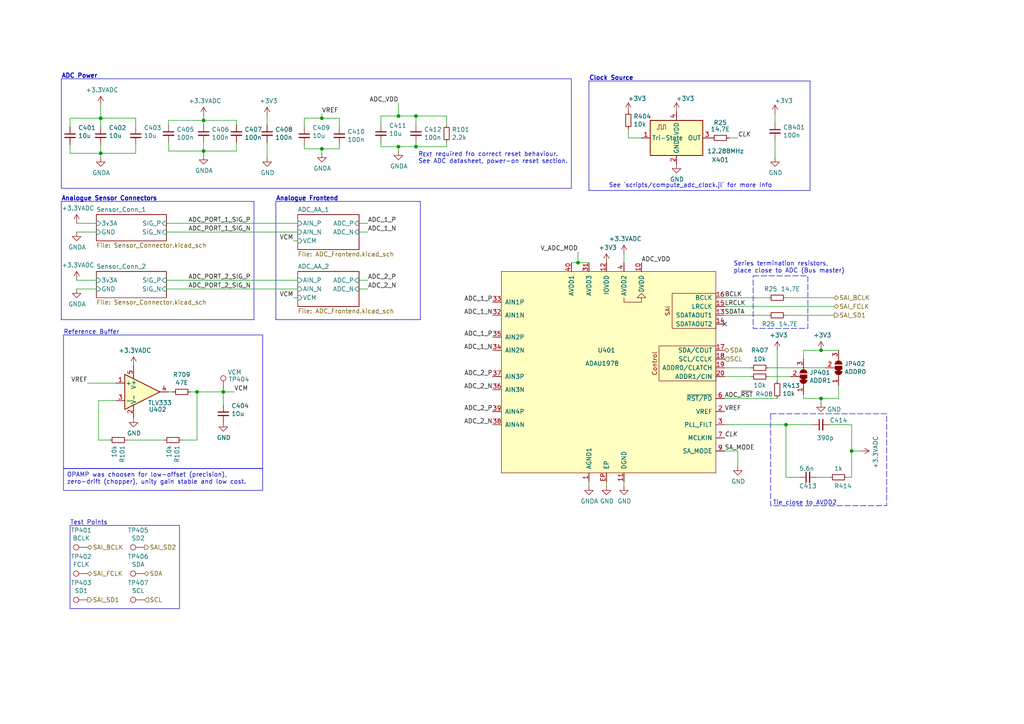
<source format=kicad_sch>
(kicad_sch (version 20230121) (generator eeschema)
  (paper "A4")
  (title_block (title "Kleinvoet") (date "2020-06-11") (rev "Rev. A") (company "Department of Electronic Engineering - Stellenbosch University") (comment 1 "Author: CM Geldenhuys <20198329@sun.ac.za>") (comment 2 "Project: Kleinvoet"))
  (lib_symbols
    (symbol "Connector:TestPoint" (pin_numbers hide) (pin_names (offset 0.762) hide)
      (property "Reference" "TP" (at 0 6.858 0))
      (property "Value" "TestPoint" (at 0 5.08 0))
      (symbol "TestPoint_0_1"
        (circle (center 0 3.302) (radius 0.762))
      )
      (symbol "TestPoint_1_1"
        (pin passive line (at 0 0 90) (length 2.54) (name "1") (number "1"))
      )
    )
    (symbol "Device:C_Small" (pin_numbers hide) (pin_names (offset 0.254) hide)
      (property "Reference" "C" (at 0.254 1.778 0))
      (property "Value" "C_Small" (at 0.254 -2.032 0))
      (symbol "C_Small_0_1"
        (polyline (pts (xy -1.524 -0.508) (xy 1.524 -0.508)) (stroke (width 0.3302)))
        (polyline (pts (xy -1.524 0.508) (xy 1.524 0.508)) (stroke (width 0.3048)))
      )
      (symbol "C_Small_1_1"
        (pin passive line (at 0 2.54 270) (length 2.032) (name "~") (number "1"))
        (pin passive line (at 0 -2.54 90) (length 2.032) (name "~") (number "2"))
      )
    )
    (symbol "Device:R_Small" (pin_numbers hide) (pin_names (offset 0.254) hide)
      (property "Reference" "R" (at 0.762 0.508 0))
      (property "Value" "R_Small" (at 0.762 -1.016 0))
      (symbol "R_Small_0_1"
        (rectangle (start -0.762 1.778) (end 0.762 -1.778) (stroke (width 0.2032)))
      )
      (symbol "R_Small_1_1"
        (pin passive line (at 0 2.54 270) (length 0.762) (name "~") (number "1"))
        (pin passive line (at 0 -2.54 90) (length 0.762) (name "~") (number "2"))
      )
    )
    (symbol "Jumper:SolderJumper_3_Bridged12" (pin_names (offset 0) hide)
      (property "Reference" "JP" (at -2.54 -2.54 0))
      (property "Value" "SolderJumper_3_Bridged12" (at 0 2.794 0))
      (symbol "SolderJumper_3_Bridged12_0_1"
        (rectangle (start -1.016 0.508) (end -0.508 -0.508) (fill (type outline)))
        (arc (start -1.016 1.016) (mid -2.0276 0) (end -1.016 -1.016))
        (arc (start -1.016 1.016) (mid -2.0276 0) (end -1.016 -1.016) (fill (type outline)))
        (rectangle (start -0.508 1.016) (end 0.508 -1.016) (fill (type outline)))
        (polyline (pts (xy -2.54 0) (xy -2.032 0)))
        (polyline (pts (xy -1.016 1.016) (xy -1.016 -1.016)))
        (polyline (pts (xy 0 -1.27) (xy 0 -1.016)))
        (polyline (pts (xy 1.016 1.016) (xy 1.016 -1.016)))
        (polyline (pts (xy 2.54 0) (xy 2.032 0)))
        (arc (start 1.016 -1.016) (mid 2.0276 0) (end 1.016 1.016))
        (arc (start 1.016 -1.016) (mid 2.0276 0) (end 1.016 1.016) (fill (type outline)))
      )
      (symbol "SolderJumper_3_Bridged12_1_1"
        (pin passive line (at -5.08 0 0) (length 2.54) (name "A") (number "1"))
        (pin passive line (at 0 -3.81 90) (length 2.54) (name "C") (number "2"))
        (pin passive line (at 5.08 0 180) (length 2.54) (name "B") (number "3"))
      )
    )
    (symbol "Oscillator:ASCO"
      (property "Reference" "X" (at -7.62 6.35 0))
      (property "Value" "ASCO" (at 1.27 -6.35 0))
      (symbol "ASCO_0_1"
        (rectangle (start -7.62 5.08) (end 7.62 -5.08) (stroke (width 0.254)) (fill (type background)))
        (polyline (pts (xy -5.715 2.54) (xy -5.08 2.54) (xy -5.08 3.81) (xy -4.445 3.81) (xy -4.445 2.54) (xy -3.81 2.54) (xy -3.81 3.81) (xy -3.175 3.81) (xy -3.175 2.54)))
      )
      (symbol "ASCO_1_1"
        (pin input line (at -10.16 0 0) (length 2.54) (name "Tri-State") (number "1"))
        (pin power_in line (at 0 -7.62 90) (length 2.54) (name "GND") (number "2"))
        (pin output line (at 10.16 0 180) (length 2.54) (name "OUT") (number "3"))
        (pin power_in line (at 0 7.62 270) (length 2.54) (name "VDD") (number "4"))
      )
    )
    (symbol "grootvoet:ADAU1978" (pin_names (offset 1.016))
      (property "Reference" "U" (at 0 2.54 0))
      (property "Value" "ADAU1978" (at -1.27 0 0))
      (symbol "ADAU1978_0_0"
        (rectangle (start 31.75 -31.75) (end -30.48 26.67) (fill (type background)))
        (rectangle (start 31.75 -5.08) (end 15.24 5.08))
        (rectangle (start 31.75 10.16) (end 19.05 20.32))
        (text "Control" (at 13.97 0 900) (effects (font (size 1.27 1.27))))
        (text "SAI" (at 17.78 15.24 900) (effects (font (size 1.27 1.27))))
        (pin passive line (at -5.08 -34.29 90) (length 2.54) (name "AGND1") (number "1"))
        (pin power_out line (at 10.16 29.21 270) (length 2.54) (name "DVDD") (number "10"))
        (pin passive line (at 5.08 -34.29 90) (length 2.54) (name "DGND") (number "11"))
        (pin power_in line (at 0 29.21 270) (length 2.54) (name "IOVDD") (number "12"))
        (pin output line (at 34.29 13.97 180) (length 2.54) (name "SDATAOUT1") (number "13"))
        (pin output line (at 34.29 11.43 180) (length 2.54) (name "SDATAOUT2") (number "14"))
        (pin bidirectional line (at 34.29 16.51 180) (length 2.54) (name "LRCLK") (number "15"))
        (pin bidirectional line (at 34.29 19.05 180) (length 2.54) (name "BCLK") (number "16"))
        (pin bidirectional line (at 34.29 3.81 180) (length 2.54) (name "SDA/COUT") (number "17"))
        (pin input line (at 34.29 1.27 180) (length 2.54) (name "SCL/CCLK") (number "18"))
        (pin input line (at 34.29 -1.27 180) (length 2.54) (name "ADDR0/CLATCH") (number "19"))
        (pin output line (at 34.29 -13.97 180) (length 2.54) (name "VREF") (number "2"))
        (pin input line (at 34.29 -3.81 180) (length 2.54) (name "ADDR1/CIN") (number "20"))
        (pin passive line (at -5.08 -34.29 90) (length 2.54) hide (name "AGND3") (number "21"))
        (pin passive line (at -5.08 -34.29 90) (length 2.54) hide (name "AGND4") (number "22"))
        (pin no_connect line (at -2.54 -7.62 0) (length 2.54) hide (name "NC") (number "23"))
        (pin no_connect line (at -2.54 -10.16 0) (length 2.54) hide (name "NC") (number "24"))
        (pin no_connect line (at -2.54 -12.7 0) (length 2.54) hide (name "NC") (number "25"))
        (pin no_connect line (at -2.54 -15.24 0) (length 2.54) hide (name "NC") (number "26"))
        (pin no_connect line (at -2.54 -17.78 0) (length 2.54) hide (name "NC") (number "27"))
        (pin passive line (at -5.08 -34.29 90) (length 2.54) hide (name "AGND5") (number "28"))
        (pin passive line (at -5.08 -34.29 90) (length 2.54) hide (name "AGND6") (number "29"))
        (pin output line (at 34.29 -17.78 180) (length 2.54) (name "PLL_FILT") (number "3"))
        (pin no_connect line (at -2.54 -20.32 0) (length 2.54) hide (name "NC") (number "30"))
        (pin power_in line (at -5.08 29.21 270) (length 2.54) (name "AVDD3") (number "31"))
        (pin input line (at -33.02 13.97 0) (length 2.54) (name "AIN1N") (number "32"))
        (pin input line (at -33.02 17.78 0) (length 2.54) (name "AIN1P") (number "33"))
        (pin input line (at -33.02 3.81 0) (length 2.54) (name "AIN2N") (number "34"))
        (pin input line (at -33.02 7.62 0) (length 2.54) (name "AIN2P") (number "35"))
        (pin input line (at -33.02 -7.62 0) (length 2.54) (name "AIN3N") (number "36"))
        (pin input line (at -33.02 -3.81 0) (length 2.54) (name "AIN3P") (number "37"))
        (pin input line (at -33.02 -17.78 0) (length 2.54) (name "AIN4N") (number "38"))
        (pin input line (at -33.02 -13.97 0) (length 2.54) (name "AIN4P") (number "39"))
        (pin power_in line (at 5.08 29.21 270) (length 2.54) (name "AVDD2") (number "4"))
        (pin power_in line (at -10.16 29.21 270) (length 2.54) (name "AVDD1") (number "40"))
        (pin passive line (at -5.08 -34.29 90) (length 2.54) hide (name "AGND2") (number "5"))
        (pin input line (at 34.29 -10.16 180) (length 2.54) (name "~{RST/PD}") (number "6"))
        (pin input line (at 34.29 -21.59 180) (length 2.54) (name "MCLKIN") (number "7"))
        (pin no_connect line (at -2.54 -5.08 0) (length 2.54) hide (name "NC") (number "8"))
        (pin input line (at 34.29 -25.4 180) (length 2.54) (name "SA_MODE") (number "9"))
        (pin passive line (at 0 -34.29 90) (length 2.54) (name "EP") (number "EP"))
      )
      (symbol "ADAU1978_0_1"
        (polyline (pts (xy 5.08 19.05) (xy 5.08 17.78) (xy 10.16 17.78) (xy 10.16 19.05)))
        (polyline (pts (xy 10.16 20.32) (xy 8.89 19.05) (xy 11.43 19.05) (xy 10.16 20.32)))
      )
    )
    (symbol "grootvoet:TLV333" (pin_names (offset 0.254))
      (property "Reference" "U" (at 3.81 3.175 0))
      (property "Value" "TLV333" (at 3.81 -3.175 0))
      (symbol "TLV333_0_1"
        (polyline (pts (xy 5.08 0) (xy -5.08 5.08) (xy -5.08 -5.08) (xy 5.08 0)) (stroke (width 0.254)) (fill (type background)))
      )
      (symbol "TLV333_1_1"
        (pin input line (at -7.62 2.54 0) (length 2.54) (name "+") (number "1"))
        (pin power_in line (at -2.54 -7.62 90) (length 3.81) (name "V-") (number "2"))
        (pin input line (at -7.62 -2.54 0) (length 2.54) (name "-") (number "3"))
        (pin output line (at 7.62 0 180) (length 2.54) (name "~") (number "4"))
        (pin power_in line (at -2.54 7.62 270) (length 3.81) (name "V+") (number "5"))
      )
    )
    (symbol "power:+3.3VADC" (power) (pin_names (offset 0))
      (property "Value" "+3.3VADC" (at 0 2.54 0))
      (symbol "+3.3VADC_0_0"
        (pin power_in line (at 0 0 90) (length 0) hide (name "+3.3VADC") (number "1"))
      )
      (symbol "+3.3VADC_0_1"
        (polyline (pts (xy -0.762 1.27) (xy 0 2.54)))
        (polyline (pts (xy 0 0) (xy 0 2.54)))
        (polyline (pts (xy 0 2.54) (xy 0.762 1.27)))
      )
    )
    (symbol "power:+3V3" (power) (pin_names (offset 0))
      (property "Value" "+3V3" (at 0 3.556 0))
      (symbol "+3V3_0_1"
        (polyline (pts (xy -0.762 1.27) (xy 0 2.54)))
        (polyline (pts (xy 0 0) (xy 0 2.54)))
        (polyline (pts (xy 0 2.54) (xy 0.762 1.27)))
      )
      (symbol "+3V3_1_1"
        (pin power_in line (at 0 0 90) (length 0) hide (name "+3V3") (number "1"))
      )
    )
    (symbol "power:GND" (power) (pin_names (offset 0))
      (property "Value" "GND" (at 0 -3.81 0))
      (symbol "GND_0_1"
        (polyline (pts (xy 0 0) (xy 0 -1.27) (xy 1.27 -1.27) (xy 0 -2.54) (xy -1.27 -1.27) (xy 0 -1.27)))
      )
      (symbol "GND_1_1"
        (pin power_in line (at 0 0 270) (length 0) hide (name "GND") (number "1"))
      )
    )
    (symbol "power:GNDA" (power) (pin_names (offset 0))
      (property "Value" "GNDA" (at 0 -3.81 0))
      (symbol "GNDA_0_1"
        (polyline (pts (xy 0 0) (xy 0 -1.27) (xy 1.27 -1.27) (xy 0 -2.54) (xy -1.27 -1.27) (xy 0 -1.27)))
      )
      (symbol "GNDA_1_1"
        (pin power_in line (at 0 0 270) (length 0) hide (name "GNDA") (number "1"))
      )
    )
  )
  (junction (at 115.57 33.655))
  (junction (at 93.345 34.29))
  (junction (at 227.965 123.19))
  (junction (at 59.055 34.925))
  (junction (at 115.57 42.545))
  (junction (at 247.015 130.81))
  (junction (at 238.125 115.57))
  (junction (at 93.345 43.18))
  (junction (at 29.21 44.45))
  (junction (at 238.125 101.6))
  (junction (at 57.15 113.665))
  (junction (at 29.21 34.29))
  (junction (at 167.64 76.2))
  (junction (at 64.77 113.665))
  (junction (at 59.055 43.815))
  (junction (at 120.65 33.655))
  (junction (at 120.65 42.545))
  (no_connect (at 210.185 93.98))
  (wire (pts (xy 48.895 43.815) (xy 48.895 41.275)))
  (wire (pts (xy 229.235 109.22) (xy 222.885 109.22)))
  (wire (pts (xy 39.37 36.83) (xy 39.37 34.29)))
  (wire (pts (xy 98.425 43.18) (xy 98.425 41.91)))
  (wire (pts (xy 48.26 64.77) (xy 86.36 64.77)))
  (wire (pts (xy 247.015 123.19) (xy 247.015 130.81)))
  (wire (pts (xy 213.995 130.81) (xy 210.185 130.81)))
  (wire (pts (xy 120.65 42.545) (xy 120.65 41.275)))
  (wire (pts (xy 227.965 123.19) (xy 210.185 123.19)))
  (wire (pts (xy 57.15 127.635) (xy 52.705 127.635)))
  (wire (pts (xy 180.975 140.97) (xy 180.975 139.7)))
  (wire (pts (xy 39.37 41.91) (xy 39.37 44.45)))
  (wire (pts (xy 33.655 116.205) (xy 28.575 116.205)))
  (wire (pts (xy 222.885 91.44) (xy 210.185 91.44)))
  (wire (pts (xy 28.575 116.205) (xy 28.575 127.635)))
  (wire (pts (xy 68.58 36.195) (xy 68.58 34.925)))
  (wire (pts (xy 241.935 86.36) (xy 227.965 86.36)))
  (wire (pts (xy 29.21 45.72) (xy 29.21 44.45)))
  (wire (pts (xy 48.26 67.31) (xy 86.36 67.31)))
  (wire (pts (xy 77.47 33.655) (xy 77.47 36.195)))
  (wire (pts (xy 57.15 113.665) (xy 57.15 127.635)))
  (wire (pts (xy 48.26 83.82) (xy 86.36 83.82)))
  (wire (pts (xy 29.21 34.29) (xy 29.21 36.83)))
  (wire (pts (xy 88.265 43.18) (xy 88.265 41.91)))
  (wire (pts (xy 64.77 113.03) (xy 64.77 113.665)))
  (wire (pts (xy 115.57 42.545) (xy 120.65 42.545)))
  (wire (pts (xy 59.055 33.655) (xy 59.055 34.925)))
  (wire (pts (xy 247.015 123.19) (xy 240.665 123.19)))
  (wire (pts (xy 22.225 83.82) (xy 27.94 83.82)))
  (wire (pts (xy 55.245 113.665) (xy 57.15 113.665)))
  (wire (pts (xy 167.64 76.2) (xy 170.815 76.2)))
  (wire (pts (xy 180.975 73.66) (xy 180.975 76.2)))
  (wire (pts (xy 77.47 41.275) (xy 77.47 45.72)))
  (polyline (pts (xy 170.815 23.495) (xy 234.95 23.495)))
  (wire (pts (xy 110.49 42.545) (xy 110.49 41.275)))
  (wire (pts (xy 238.125 115.57) (xy 243.205 115.57)))
  (wire (pts (xy 93.345 34.29) (xy 98.425 34.29)))
  (wire (pts (xy 115.57 43.815) (xy 115.57 42.545)))
  (wire (pts (xy 22.225 67.31) (xy 27.94 67.31)))
  (wire (pts (xy 222.885 86.36) (xy 210.185 86.36)))
  (wire (pts (xy 98.425 34.29) (xy 98.425 36.83)))
  (wire (pts (xy 239.395 106.68) (xy 222.885 106.68)))
  (wire (pts (xy 106.68 64.77) (xy 104.14 64.77)))
  (wire (pts (xy 93.345 43.18) (xy 98.425 43.18)))
  (wire (pts (xy 48.895 43.815) (xy 59.055 43.815)))
  (wire (pts (xy 238.125 116.84) (xy 238.125 115.57)))
  (wire (pts (xy 29.21 30.48) (xy 29.21 34.29)))
  (wire (pts (xy 22.225 81.28) (xy 27.94 81.28)))
  (wire (pts (xy 29.21 34.29) (xy 39.37 34.29)))
  (polyline (pts (xy 73.66 58.42) (xy 73.66 92.71)))
  (wire (pts (xy 93.345 44.45) (xy 93.345 43.18)))
  (wire (pts (xy 115.57 33.655) (xy 110.49 33.655)))
  (wire (pts (xy 64.77 113.665) (xy 67.945 113.665)))
  (wire (pts (xy 129.54 36.195) (xy 129.54 33.655)))
  (wire (pts (xy 129.54 41.275) (xy 129.54 42.545)))
  (wire (pts (xy 68.58 41.275) (xy 68.58 43.815)))
  (wire (pts (xy 213.995 40.005) (xy 211.455 40.005)))
  (wire (pts (xy 170.815 140.97) (xy 170.815 139.7)))
  (wire (pts (xy 233.045 101.6) (xy 233.045 104.14)))
  (wire (pts (xy 93.345 43.18) (xy 88.265 43.18)))
  (wire (pts (xy 22.225 64.77) (xy 27.94 64.77)))
  (wire (pts (xy 217.805 106.68) (xy 210.185 106.68)))
  (polyline (pts (xy 121.92 58.42) (xy 121.92 92.71)))
  (polyline (pts (xy 170.815 23.495) (xy 170.815 55.245)))
  (wire (pts (xy 85.09 86.36) (xy 86.36 86.36)))
  (wire (pts (xy 48.895 34.925) (xy 59.055 34.925)))
  (polyline (pts (xy 17.78 22.86) (xy 17.78 54.61)))
  (wire (pts (xy 115.57 29.845) (xy 115.57 33.655)))
  (polyline (pts (xy 80.01 92.71) (xy 121.92 92.71)))
  (wire (pts (xy 110.49 33.655) (xy 110.49 36.195)))
  (wire (pts (xy 25.4 111.125) (xy 33.655 111.125)))
  (wire (pts (xy 20.32 44.45) (xy 20.32 41.91)))
  (wire (pts (xy 59.055 43.815) (xy 59.055 41.275)))
  (polyline (pts (xy 17.78 54.61) (xy 165.735 54.61)))
  (wire (pts (xy 93.345 33.02) (xy 93.345 34.29)))
  (wire (pts (xy 88.265 34.29) (xy 88.265 36.83)))
  (wire (pts (xy 129.54 42.545) (xy 120.65 42.545)))
  (wire (pts (xy 175.895 140.97) (xy 175.895 139.7)))
  (wire (pts (xy 59.055 45.085) (xy 59.055 43.815)))
  (wire (pts (xy 243.205 115.57) (xy 243.205 111.76)))
  (wire (pts (xy 28.575 127.635) (xy 31.75 127.635)))
  (wire (pts (xy 227.965 123.19) (xy 227.965 138.43)))
  (wire (pts (xy 36.83 127.635) (xy 47.625 127.635)))
  (wire (pts (xy 224.79 33.02) (xy 224.79 35.56)))
  (wire (pts (xy 48.895 113.665) (xy 50.165 113.665)))
  (wire (pts (xy 85.09 69.85) (xy 86.36 69.85)))
  (wire (pts (xy 93.345 34.29) (xy 88.265 34.29)))
  (wire (pts (xy 241.935 91.44) (xy 227.965 91.44)))
  (wire (pts (xy 106.68 67.31) (xy 104.14 67.31)))
  (wire (pts (xy 120.65 33.655) (xy 120.65 36.195)))
  (wire (pts (xy 115.57 42.545) (xy 110.49 42.545)))
  (wire (pts (xy 29.21 44.45) (xy 29.21 41.91)))
  (wire (pts (xy 227.965 123.19) (xy 235.585 123.19)))
  (polyline (pts (xy 234.95 23.495) (xy 234.95 55.245)))
  (wire (pts (xy 213.995 130.81) (xy 213.995 135.255)))
  (wire (pts (xy 29.21 44.45) (xy 20.32 44.45)))
  (wire (pts (xy 233.045 115.57) (xy 233.045 114.3)))
  (wire (pts (xy 129.54 33.655) (xy 120.65 33.655)))
  (wire (pts (xy 217.805 109.22) (xy 210.185 109.22)))
  (polyline (pts (xy 17.78 58.42) (xy 73.66 58.42)))
  (wire (pts (xy 59.055 34.925) (xy 68.58 34.925)))
  (polyline (pts (xy 17.78 58.42) (xy 17.78 92.71)))
  (wire (pts (xy 57.15 113.665) (xy 64.77 113.665)))
  (wire (pts (xy 227.965 138.43) (xy 231.775 138.43)))
  (wire (pts (xy 182.245 37.465) (xy 182.245 40.005)))
  (wire (pts (xy 29.21 34.29) (xy 20.32 34.29)))
  (wire (pts (xy 186.055 40.005) (xy 182.245 40.005)))
  (wire (pts (xy 247.015 130.81) (xy 249.555 130.81)))
  (polyline (pts (xy 17.78 22.86) (xy 165.735 22.86)))
  (wire (pts (xy 106.68 83.82) (xy 104.14 83.82)))
  (wire (pts (xy 238.125 101.6) (xy 243.205 101.6)))
  (wire (pts (xy 59.055 34.925) (xy 59.055 36.195)))
  (wire (pts (xy 233.045 101.6) (xy 238.125 101.6)))
  (wire (pts (xy 210.185 88.9) (xy 241.935 88.9)))
  (wire (pts (xy 225.425 101.6) (xy 225.425 110.49)))
  (wire (pts (xy 167.64 73.025) (xy 167.64 76.2)))
  (wire (pts (xy 64.77 113.665) (xy 64.77 117.475)))
  (wire (pts (xy 48.26 81.28) (xy 86.36 81.28)))
  (wire (pts (xy 20.32 34.29) (xy 20.32 36.83)))
  (wire (pts (xy 68.58 43.815) (xy 59.055 43.815)))
  (wire (pts (xy 238.125 115.57) (xy 233.045 115.57)))
  (wire (pts (xy 245.745 138.43) (xy 247.015 138.43)))
  (polyline (pts (xy 17.78 92.71) (xy 73.66 92.71)))
  (wire (pts (xy 48.895 34.925) (xy 48.895 36.195)))
  (wire (pts (xy 224.79 40.64) (xy 224.79 45.72)))
  (wire (pts (xy 115.57 33.655) (xy 120.65 33.655)))
  (polyline (pts (xy 80.01 58.42) (xy 80.01 92.71)))
  (wire (pts (xy 210.185 115.57) (xy 225.425 115.57)))
  (wire (pts (xy 106.68 81.28) (xy 104.14 81.28)))
  (wire (pts (xy 240.665 138.43) (xy 236.855 138.43)))
  (wire (pts (xy 247.015 138.43) (xy 247.015 130.81)))
  (polyline (pts (xy 170.815 55.245) (xy 234.95 55.245)))
  (wire (pts (xy 39.37 44.45) (xy 29.21 44.45)))
  (polyline (pts (xy 165.735 22.86) (xy 165.735 54.61)))
  (wire (pts (xy 165.735 76.2) (xy 167.64 76.2)))
  (polyline (pts (xy 80.01 58.42) (xy 121.92 58.42)))
  (rectangle (start 20.32 152.4) (end 52.07 176.53))
  (rectangle (start 223.52 120.015) (end 257.175 146.685) (stroke (width 0) (type dash)))
  (rectangle (start 18.415 97.155) (end 76.2 135.89))
  (rectangle (start 218.44 80.01) (end 234.315 95.25) (stroke (width 0) (type dash)))
  (text_box "OPAMP was choosen for low-offset (precision), zero-drift (chopper), unity gain stable and low cost." (at 18.415 135.89 0) (size 57.785 6.35) (effects (font (size 1.27 1.27)) (justify left top)))
  (text "See `scripts/compute_adc_clock.jl` for more info" (at 176.53 54.61 0) (effects (font (size 1.27 1.27)) (justify left bottom)))
  (text "ADC Power" (at 17.78 22.86 0) (effects (font (size 1.27 1.27) (thickness 0.254) bold) (justify left bottom)))
  (text "Clock Source" (at 170.815 23.495 0) (effects (font (size 1.27 1.27) (thickness 0.254) bold) (justify left bottom)))
  (text "Test Points" (at 20.32 152.4 0) (effects (font (size 1.27 1.27)) (justify left bottom)))
  (text "Analogue Frontend" (at 80.01 58.42 0) (effects (font (size 1.27 1.27) (thickness 0.254) bold) (justify left bottom)))
  (text "R_{EXT} required fro correct reset behaviour.\nSee ADC datasheet, power-on reset section." (at 121.285 47.625 0) (effects (font (size 1.27 1.27)) (justify left bottom)))
  (text "Reference Buffer" (at 18.415 97.155 0) (effects (font (size 1.27 1.27)) (justify left bottom)))
  (text "Series termination resistors, \nplace close to ADC (Bus master)" (at 212.725 79.375 0) (effects (font (size 1.27 1.27)) (justify left bottom)))
  (text "Tie close to AVDD2" (at 224.155 146.685 0) (effects (font (size 1.27 1.27)) (justify left bottom)))
  (text "Analogue Sensor Connectors" (at 17.78 58.42 0) (effects (font (size 1.27 1.27) (thickness 0.254) bold) (justify left bottom)))
  (label "SA_MODE" (at 210.185 130.81 0))
  (label "ADC_2_P" (at 142.875 119.38 180))
  (label "ADC_PORT_1_SIG_N" (at 54.61 67.31 0))
  (label "ADC_VDD" (at 115.57 29.845 180))
  (label "ADC_1_P" (at 142.875 97.79 180))
  (label "VREF" (at 210.185 119.38 0))
  (label "ADC_1_N" (at 142.875 91.44 180))
  (label "ADC_1_N" (at 142.875 101.6 180))
  (label "ADC_~{RST}" (at 210.185 115.57 0))
  (label "ADC_2_N" (at 106.68 83.82 0))
  (label "ADC_PORT_2_SIG_N" (at 54.61 83.82 0))
  (label "ADC_2_P" (at 142.875 109.22 180))
  (label "VREF" (at 93.345 33.02 0))
  (label "ADC_PORT_2_SIG_P" (at 54.61 81.28 0))
  (label "VREF" (at 25.4 111.125 180))
  (label "ADC_2_N" (at 142.875 123.19 180))
  (label "BCLK" (at 210.185 86.36 0))
  (label "V_ADC_MOD" (at 167.64 73.025 180))
  (label "ADC_VDD" (at 186.055 76.2 0))
  (label "ADC_2_N" (at 142.875 113.03 180))
  (label "ADC_1_P" (at 142.875 87.63 180))
  (label "CLK" (at 210.185 127 0) (effects (font italic)))
  (label "SDATA" (at 210.185 91.44 0))
  (label "VCM" (at 85.09 69.85 180))
  (label "ADC_PORT_1_SIG_P" (at 54.61 64.77 0))
  (label "VCM" (at 85.09 86.36 180))
  (label "VCM" (at 67.945 113.665 0))
  (label "ADC_2_P" (at 106.68 81.28 0))
  (label "ADC_1_P" (at 106.68 64.77 0))
  (label "ADC_1_N" (at 106.68 67.31 0))
  (label "CLK" (at 213.995 40.005 0) (effects (font italic)))
  (label "LRCLK" (at 210.185 88.9 0))
  (hierarchical_label "SAI_BCLK" (shape bidirectional) (at 241.935 86.36 0))
  (hierarchical_label "SDA" (shape bidirectional) (at 210.185 101.6 0))
  (hierarchical_label "SDA" (shape bidirectional) (at 41.91 166.37 0))
  (hierarchical_label "SAI_BCLK" (shape bidirectional) (at 25.4 158.75 0))
  (hierarchical_label "SAI_SD2" (shape output) (at 41.91 158.75 0))
  (hierarchical_label "SAI_SD1" (shape output) (at 25.4 173.99 0))
  (hierarchical_label "SAI_SD1" (shape output) (at 241.935 91.44 0))
  (hierarchical_label "SAI_FCLK" (shape bidirectional) (at 241.935 88.9 0))
  (hierarchical_label "SCL" (shape input) (at 41.91 173.99 0))
  (hierarchical_label "SCL" (shape input) (at 210.185 104.14 0))
  (hierarchical_label "SAI_FCLK" (shape bidirectional) (at 25.4 166.37 0))
  (symbol (lib_id "power:GNDA") (at 29.21 45.72 0) (unit 1)
    (property "Reference" "#PWR0406" (effects hide))
    (property "Value" "GNDA" (at 29.337 50.1142 0))
  )
  (symbol (lib_id "power:+3V3") (at 196.215 32.385 0) (unit 1)
    (property "Reference" "#PWR0423" (effects hide))
    (property "Value" "+3V3" (at 198.755 28.575 0))
  )
  (symbol (lib_id "Device:C_Small") (at 224.79 38.1 0) (unit 1)
    (property "Reference" "CB401" (at 227.1268 36.9316 0) (effects (justify left)))
    (property "Value" "100n" (at 227.1268 39.243 0) (effects (justify left)))
    (property "Footprint" "Capacitor_SMD:C_0402_1005Metric" (effects hide))
    (property "MPN" "C0402C104K8PACTU" (effects hide))
    (property "Mfr." "KEMET" (effects hide))
  )
  (symbol (lib_id "power:+3V3") (at 224.79 33.02 0) (unit 1)
    (property "Reference" "#PWR0426" (effects hide))
    (property "Value" "+3V3" (at 227.33 29.21 0))
  )
  (symbol (lib_id "Device:C_Small") (at 39.37 39.37 0) (unit 1)
    (property "Reference" "C403" (at 41.7068 37.0586 0) (effects (justify left)))
    (property "Value" "10u" (at 41.7068 39.37 0) (effects (justify left)))
    (property "Footprint" "Capacitor_SMD:C_0805_2012Metric_Pad1.18x1.45mm_HandSolder" (effects hide))
    (property "Notes" "Low ESR (X7R)" (effects hide))
    (property "Mfr." "KEMET" (effects hide))
    (property "MPN" "C0805C106K9PACTU" (effects hide))
  )
  (symbol (lib_id "Oscillator:ASCO") (at 196.215 40.005 0) (unit 1)
    (property "Reference" "X401" (at 206.375 46.355 0) (effects (justify left)))
    (property "Value" "12.288MHz" (at 205.105 43.815 0) (effects (justify left)))
    (property "Footprint" "grootvoet:ECS-TXO-3225MV" (effects hide))
    (property "MPN" "ECS-TXO-3225MV-122.8-TR" (effects hide))
    (property "Mfr." "ECS" (effects hide))
  )
  (symbol (lib_id "grootvoet:ADAU1978") (at 175.895 105.41 0) (unit 1)
    (property "Reference" "U401" (at 175.895 101.6 0))
    (property "Value" "ADAU1978" (at 174.625 105.41 0))
    (property "Footprint" "grootvoet:LFCSP-WQ-40-1EP_6x6mm_P0.5_CP-40-14" (effects hide))
    (property "MPN" "ADAU1978WBCPZ-RL" (effects hide))
    (property "Mfr." "Analog Devices" (effects hide))
  )
  (symbol (lib_id "power:+3V3") (at 175.895 76.2 0) (unit 1)
    (property "Reference" "#PWR0419" (effects hide))
    (property "Value" "+3V3" (at 176.276 71.8058 0))
  )
  (symbol (lib_id "Device:C_Small") (at 88.265 39.37 0) (unit 1)
    (property "Reference" "C409" (at 90.6018 37.0586 0) (effects (justify left)))
    (property "Value" "10u" (at 90.6018 39.37 0) (effects (justify left)))
    (property "Footprint" "Capacitor_SMD:C_0805_2012Metric_Pad1.18x1.45mm_HandSolder" (effects hide))
    (property "Notes" "Low ESR (X7R)" (effects hide))
    (property "Mfr." "KEMET" (effects hide))
    (property "MPN" "C0805C106K9PACTU" (effects hide))
  )
  (symbol (lib_id "Device:C_Small") (at 98.425 39.37 0) (unit 1)
    (property "Reference" "C410" (at 100.7618 38.2016 0) (effects (justify left)))
    (property "Value" "100n" (at 100.7618 40.513 0) (effects (justify left)))
    (property "Footprint" "Capacitor_SMD:C_0402_1005Metric" (effects hide))
    (property "MPN" "C0402C104K8PACTU" (effects hide))
    (property "Mfr." "KEMET" (effects hide))
  )
  (symbol (lib_id "power:GNDA") (at 93.345 44.45 0) (unit 1)
    (property "Reference" "#PWR0415" (effects hide))
    (property "Value" "GNDA" (at 93.472 48.8442 0))
  )
  (symbol (lib_id "power:GNDA") (at 170.815 140.97 0) (unit 1)
    (property "Reference" "#PWR0418" (effects hide))
    (property "Value" "GNDA" (at 170.942 145.3642 0))
  )
  (symbol (lib_id "power:GND") (at 175.895 140.97 0) (unit 1)
    (property "Reference" "#PWR0420" (effects hide))
    (property "Value" "GND" (at 176.022 145.3642 0))
  )
  (symbol (lib_id "Device:C_Small") (at 48.895 38.735 0) (unit 1)
    (property "Reference" "C405" (at 51.2318 37.5666 0) (effects (justify left)))
    (property "Value" "100n" (at 51.2318 39.878 0) (effects (justify left)))
    (property "Footprint" "Capacitor_SMD:C_0402_1005Metric" (effects hide))
    (property "MPN" "C0402C104K8PACTU" (effects hide))
    (property "Mfr." "KEMET" (effects hide))
  )
  (symbol (lib_id "Device:C_Small") (at 59.055 38.735 0) (unit 1)
    (property "Reference" "C406" (at 61.3918 37.5666 0) (effects (justify left)))
    (property "Value" "100n" (at 61.3918 39.878 0) (effects (justify left)))
    (property "Footprint" "Capacitor_SMD:C_0402_1005Metric" (effects hide))
    (property "MPN" "C0402C104K8PACTU" (effects hide))
    (property "Mfr." "KEMET" (effects hide))
  )
  (symbol (lib_id "Device:C_Small") (at 68.58 38.735 0) (unit 1)
    (property "Reference" "C407" (at 70.9168 37.5666 0) (effects (justify left)))
    (property "Value" "100n" (at 70.9168 39.878 0) (effects (justify left)))
    (property "Footprint" "Capacitor_SMD:C_0402_1005Metric" (effects hide))
    (property "MPN" "C0402C104K8PACTU" (effects hide))
    (property "Mfr." "KEMET" (effects hide))
  )
  (symbol (lib_id "power:GNDA") (at 59.055 45.085 0) (unit 1)
    (property "Reference" "#PWR0412" (effects hide))
    (property "Value" "GNDA" (at 59.182 49.4792 0))
  )
  (symbol (lib_id "power:GND") (at 77.47 45.72 0) (unit 1)
    (property "Reference" "#PWR0414" (effects hide))
    (property "Value" "GND" (at 77.597 50.1142 0))
  )
  (symbol (lib_id "power:+3.3VADC") (at 59.055 33.655 0) (unit 1)
    (property "Reference" "#PWR0411" (effects hide))
    (property "Value" "+3.3VADC" (at 59.436 29.2608 0))
  )
  (symbol (lib_id "power:+3V3") (at 77.47 33.655 0) (unit 1)
    (property "Reference" "#PWR0413" (effects hide))
    (property "Value" "+3V3" (at 77.851 29.2608 0))
  )
  (symbol (lib_id "Device:C_Small") (at 20.32 39.37 0) (unit 1)
    (property "Reference" "C401" (at 22.6568 37.0586 0) (effects (justify left)))
    (property "Value" "10u" (at 22.6568 39.37 0) (effects (justify left)))
    (property "Footprint" "Capacitor_SMD:C_0805_2012Metric_Pad1.18x1.45mm_HandSolder" (effects hide))
    (property "Notes" "Low ESR (X7R)" (effects hide))
    (property "Mfr." "KEMET" (effects hide))
    (property "MPN" "C0805C106K9PACTU" (effects hide))
  )
  (symbol (lib_id "Device:C_Small") (at 29.21 39.37 0) (unit 1)
    (property "Reference" "C402" (at 31.5468 37.0586 0) (effects (justify left)))
    (property "Value" "10u" (at 31.5468 39.37 0) (effects (justify left)))
    (property "Footprint" "Capacitor_SMD:C_0805_2012Metric_Pad1.18x1.45mm_HandSolder" (effects hide))
    (property "Notes" "Low ESR (X7R)" (effects hide))
    (property "Mfr." "KEMET" (effects hide))
    (property "MPN" "C0805C106K9PACTU" (effects hide))
  )
  (symbol (lib_id "Device:C_Small") (at 110.49 38.735 0) (unit 1)
    (property "Reference" "C411" (at 112.8268 36.4236 0) (effects (justify left)))
    (property "Value" "10u" (at 112.8268 38.735 0) (effects (justify left)))
    (property "Footprint" "Capacitor_SMD:C_0805_2012Metric_Pad1.18x1.45mm_HandSolder" (effects hide))
    (property "Notes" "Low ESR (X7R)" (effects hide))
    (property "Mfr." "KEMET" (effects hide))
    (property "MPN" "C0805C106K9PACTU" (effects hide))
  )
  (symbol (lib_id "Device:C_Small") (at 120.65 38.735 0) (unit 1)
    (property "Reference" "C412" (at 122.9868 37.5666 0) (effects (justify left)))
    (property "Value" "100n" (at 122.9868 39.878 0) (effects (justify left)))
    (property "Footprint" "Capacitor_SMD:C_0402_1005Metric" (effects hide))
    (property "MPN" "C0402C104K8PACTU" (effects hide))
    (property "Mfr." "KEMET" (effects hide))
  )
  (symbol (lib_id "power:GNDA") (at 115.57 43.815 0) (unit 1)
    (property "Reference" "#PWR0416" (effects hide))
    (property "Value" "GNDA" (at 115.697 48.2092 0))
  )
  (symbol (lib_id "power:+3.3VADC") (at 29.21 30.48 0) (unit 1)
    (property "Reference" "#PWR0405" (effects hide))
    (property "Value" "+3.3VADC" (at 29.591 26.0858 0))
  )
  (symbol (lib_id "Device:C_Small") (at 234.315 138.43 90) (unit 1)
    (property "Reference" "C413" (at 231.775 140.97 90) (effects (justify right)))
    (property "Value" "5.6n" (at 231.775 135.89 90) (effects (justify right)))
    (property "Footprint" "Capacitor_SMD:C_0402_1005Metric" (effects hide))
    (property "Notes" "NP0" (effects hide))
    (property "MPN" "GRM1555C1H562JE01D" (effects hide))
    (property "Mfr." "Murata" (effects hide))
  )
  (symbol (lib_id "Device:C_Small") (at 238.125 123.19 90) (unit 1)
    (property "Reference" "C414" (at 240.665 121.92 90) (effects (justify right)))
    (property "Value" "390p" (at 236.855 127 90) (effects (justify right)))
    (property "Footprint" "Capacitor_SMD:C_0402_1005Metric" (effects hide))
    (property "MPN" "GRM1555C1H391JA01D" (effects hide))
    (property "Mfr." "Murata" (effects hide))
  )
  (symbol (lib_id "Device:R_Small") (at 243.205 138.43 90) (unit 1)
    (property "Reference" "R414" (at 241.935 140.97 90) (effects (justify right)))
    (property "Value" "1k" (at 241.935 135.89 90) (effects (justify right)))
    (property "Footprint" "Resistor_SMD:R_0402_1005Metric" (effects hide))
    (property "MPN" "RT0402FRE071KL" (effects hide))
    (property "Mfr." "Yageo" (effects hide))
  )
  (symbol (lib_id "Device:R_Small") (at 220.345 106.68 270) (unit 1)
    (property "Reference" "R407" (at 220.345 101.6 90))
    (property "Value" "10k" (at 220.345 104.14 90))
    (property "Footprint" "Resistor_SMD:R_0402_1005Metric" (effects hide))
    (property "MPN" "RT0402FRE1310KL" (effects hide))
    (property "Mfr." "Yageo" (effects hide))
  )
  (symbol (lib_id "Device:R_Small") (at 220.345 109.22 90) (mirror x) (unit 1)
    (property "Reference" "R408" (at 221.615 114.3 90))
    (property "Value" "10k" (at 220.345 111.76 90))
    (property "Footprint" "Resistor_SMD:R_0402_1005Metric" (effects hide))
    (property "MPN" "RT0402FRE1310KL" (effects hide))
    (property "Mfr." "Yageo" (effects hide))
  )
  (symbol (lib_id "Device:R_Small") (at 182.245 34.925 0) (unit 1)
    (property "Reference" "R404" (at 183.7436 33.7566 0) (effects (justify left)))
    (property "Value" "10k" (at 183.7436 36.068 0) (effects (justify left)))
    (property "Footprint" "Resistor_SMD:R_0402_1005Metric" (effects hide))
    (property "MPN" "RT0402FRE1310KL" (effects hide))
    (property "Mfr." "Yageo" (effects hide))
  )
  (symbol (lib_id "power:+3V3") (at 182.245 32.385 0) (unit 1)
    (property "Reference" "#PWR0422" (effects hide))
    (property "Value" "+3V3" (at 184.785 28.575 0))
  )
  (symbol (lib_id "Jumper:SolderJumper_3_Bridged12") (at 243.205 106.68 270) (mirror x) (unit 1)
    (property "Reference" "JP402" (at 244.9322 105.5116 90) (effects (justify left)))
    (property "Value" "ADDR0" (at 244.9322 107.823 90) (effects (justify left)))
    (property "Footprint" "Jumper:SolderJumper-3_P1.3mm_Bridged12_RoundedPad1.0x1.5mm_NumberLabels" (effects hide))
  )
  (symbol (lib_id "Jumper:SolderJumper_3_Bridged12") (at 233.045 109.22 270) (mirror x) (unit 1)
    (property "Reference" "JP401" (at 234.7722 108.0516 90) (effects (justify left)))
    (property "Value" "ADDR1" (at 234.7722 110.363 90) (effects (justify left)))
    (property "Footprint" "Jumper:SolderJumper-3_P1.3mm_Bridged12_RoundedPad1.0x1.5mm_NumberLabels" (effects hide))
  )
  (symbol (lib_id "Device:C_Small") (at 77.47 38.735 0) (unit 1)
    (property "Reference" "C408" (at 79.8068 37.5666 0) (effects (justify left)))
    (property "Value" "100n" (at 79.8068 39.878 0) (effects (justify left)))
    (property "Footprint" "Capacitor_SMD:C_0402_1005Metric" (effects hide))
    (property "MPN" "C0402C104K8PACTU" (effects hide))
    (property "Mfr." "KEMET" (effects hide))
  )
  (symbol (lib_id "power:+3V3") (at 238.125 101.6 0) (unit 1)
    (property "Reference" "#PWR0429" (effects hide))
    (property "Value" "+3V3" (at 238.506 97.2058 0))
  )
  (symbol (lib_id "power:GND") (at 238.125 116.84 0) (unit 1)
    (property "Reference" "#PWR0430" (effects hide))
    (property "Value" "GND" (at 241.935 118.745 0))
  )
  (symbol (lib_id "Connector:TestPoint") (at 64.77 113.03 0) (unit 1)
    (property "Reference" "TP404" (at 66.2432 110.0328 0) (effects (justify left)))
    (property "Value" "VCM" (at 66.04 107.95 0) (effects (justify left)))
    (property "Footprint" "TestPoint:TestPoint_Pad_D1.0mm" (effects hide))
  )
  (symbol (lib_id "Connector:TestPoint") (at 25.4 158.75 90) (unit 1)
    (property "Reference" "TP401" (at 23.5712 153.797 90))
    (property "Value" "BCLK" (at 23.5712 156.1084 90))
    (property "Footprint" "TestPoint:TestPoint_Pad_D1.0mm" (effects hide))
  )
  (symbol (lib_id "Connector:TestPoint") (at 25.4 166.37 90) (unit 1)
    (property "Reference" "TP402" (at 23.5712 161.417 90))
    (property "Value" "FCLK" (at 23.5712 163.7284 90))
    (property "Footprint" "TestPoint:TestPoint_Pad_D1.0mm" (effects hide))
  )
  (symbol (lib_id "Connector:TestPoint") (at 25.4 173.99 90) (unit 1)
    (property "Reference" "TP403" (at 23.5712 169.037 90))
    (property "Value" "SD1" (at 23.5712 171.3484 90))
    (property "Footprint" "TestPoint:TestPoint_Pad_D1.0mm" (effects hide))
  )
  (symbol (lib_id "Connector:TestPoint") (at 41.91 158.75 90) (unit 1)
    (property "Reference" "TP405" (at 40.0812 153.797 90))
    (property "Value" "SD2" (at 40.0812 156.1084 90))
    (property "Footprint" "TestPoint:TestPoint_Pad_D1.0mm" (effects hide))
  )
  (symbol (lib_id "Connector:TestPoint") (at 41.91 166.37 90) (unit 1)
    (property "Reference" "TP406" (at 40.0812 161.417 90))
    (property "Value" "SDA" (at 40.0812 163.7284 90))
    (property "Footprint" "TestPoint:TestPoint_Pad_D1.0mm" (effects hide))
  )
  (symbol (lib_id "Connector:TestPoint") (at 41.91 173.99 90) (unit 1)
    (property "Reference" "TP407" (at 40.0812 169.037 90))
    (property "Value" "SCL" (at 40.0812 171.3484 90))
    (property "Footprint" "TestPoint:TestPoint_Pad_D1.0mm" (effects hide))
  )
  (symbol (lib_id "power:+3.3VADC") (at 249.555 130.81 270) (unit 1)
    (property "Reference" "#PWR0408" (effects hide))
    (property "Value" "+3.3VADC" (at 253.9492 131.191 0))
  )
  (symbol (lib_id "Device:R_Small") (at 52.705 113.665 270) (mirror x) (unit 1)
    (property "Reference" "R709" (at 52.705 108.6866 90))
    (property "Value" "47E" (at 52.705 110.998 90))
    (property "Footprint" "Resistor_SMD:R_0402_1005Metric" (effects hide))
    (property "MPN" "RT0402FRE0747RL" (effects hide))
    (property "Mfr." "Yageo" (effects hide))
    (instances (project "kleinvoet" (path "" (reference "R709") (unit 1)) (path "" (reference "R809") (unit 1)) (path "" (reference "R406") (unit 1))))
  )
  (symbol (lib_id "power:+3V3") (at 225.425 101.6 0) (unit 1)
    (property "Reference" "#PWR0428" (effects hide))
    (property "Value" "+3V3" (at 225.806 97.2058 0))
  )
  (symbol (lib_id "Device:R_Small") (at 34.29 127.635 270) (unit 1)
    (property "Reference" "R101" (at 35.4584 129.1336 0) (effects (justify left)))
    (property "Value" "10k" (at 33.147 129.1336 0) (effects (justify left)))
    (property "Footprint" "Resistor_SMD:R_0402_1005Metric" (effects hide))
    (property "MPN" "RT0402FRE1310KL" (effects hide))
    (property "Mfr." "Yageo" (effects hide))
    (instances (project "kleinvoet" (path "" (reference "R101") (unit 1)) (path "" (reference "R401") (unit 1))))
  )
  (symbol (lib_id "power:GNDA") (at 22.225 67.31 0) (unit 1)
    (property "Reference" "#PWR0402" (effects hide))
    (property "Value" "GNDA" (at 22.352 71.7042 0))
  )
  (symbol (lib_id "power:GND") (at 224.79 45.72 0) (unit 1)
    (property "Reference" "#PWR0427" (effects hide))
    (property "Value" "GND" (at 224.917 50.1142 0))
  )
  (symbol (lib_id "Device:R_Small") (at 50.165 127.635 270) (unit 1)
    (property "Reference" "R101" (at 51.3334 129.1336 0) (effects (justify left)))
    (property "Value" "10k" (at 49.022 129.1336 0) (effects (justify left)))
    (property "Footprint" "Resistor_SMD:R_0402_1005Metric" (effects hide))
    (property "MPN" "RT0402FRE1310KL" (effects hide))
    (property "Mfr." "Yageo" (effects hide))
    (instances (project "kleinvoet" (path "" (reference "R101") (unit 1)) (path "" (reference "R402") (unit 1))))
  )
  (symbol (lib_id "Device:R_Small") (at 225.425 113.03 180) (unit 1)
    (property "Reference" "R413" (at 226.9236 111.8616 0) (effects (justify right)))
    (property "Value" "10k" (at 226.9236 114.173 0) (effects (justify right)))
    (property "Footprint" "Resistor_SMD:R_0402_1005Metric" (effects hide))
    (property "MPN" "RT0402FRE1310KL" (effects hide))
    (property "Mfr." "Yageo" (effects hide))
  )
  (symbol (lib_id "power:+3.3VADC") (at 180.975 73.66 0) (unit 1)
    (property "Reference" "#PWR0432" (effects hide))
    (property "Value" "+3.3VADC" (at 181.356 69.2658 0))
  )
  (symbol (lib_id "power:GND") (at 38.735 121.285 0) (unit 1)
    (property "Reference" "#PWR0433" (effects hide))
    (property "Value" "GND" (at 38.862 125.6792 0))
  )
  (symbol (lib_id "Device:R_Small") (at 225.425 91.44 270) (mirror x) (unit 1)
    (property "Reference" "R25" (at 222.885 93.98 90))
    (property "Value" "14.7E" (at 228.6 93.98 90))
    (property "Footprint" "Resistor_SMD:R_0402_1005Metric" (effects hide))
    (property "MPN" "RT0603FRE0714R7L" (effects hide))
    (property "Mfr." "Yageo" (effects hide))
    (instances (project "kleinvoet" (path "" (reference "R25") (unit 1)) (path "" (reference "R49") (unit 1)) (path "" (reference "R411") (unit 1))))
  )
  (symbol (lib_id "grootvoet:TLV333") (at 41.275 113.665 0) (unit 1)
    (property "Reference" "U402" (at 45.72 118.745 0))
    (property "Value" "TLV333" (at 46.355 116.84 0))
    (property "Footprint" "Package_TO_SOT_SMD:Texas_R-PDSO-G5_DCK-5" (effects hide))
    (property "Datasheet" "https://www.ti.com/lit/ds/symlink/tlv333.pdf" (effects hide))
  )
  (symbol (lib_id "power:+3.3VADC") (at 22.225 64.77 0) (unit 1)
    (property "Reference" "#PWR0401" (effects hide))
    (property "Value" "+3.3VADC" (at 22.606 60.3758 0))
  )
  (symbol (lib_id "Device:C_Small") (at 64.77 120.015 0) (unit 1)
    (property "Reference" "C404" (at 67.1068 117.7036 0) (effects (justify left)))
    (property "Value" "10u" (at 67.1068 120.015 0) (effects (justify left)))
    (property "Footprint" "Capacitor_SMD:C_0805_2012Metric_Pad1.18x1.45mm_HandSolder" (effects hide))
    (property "Notes" "Low ESR (X7R)" (effects hide))
    (property "Mfr." "KEMET" (effects hide))
    (property "MPN" "C0805C106K9PACTU" (effects hide))
  )
  (symbol (lib_id "power:GND") (at 180.975 140.97 0) (unit 1)
    (property "Reference" "#PWR0421" (effects hide))
    (property "Value" "GND" (at 181.102 145.3642 0))
  )
  (symbol (lib_id "power:+3.3VADC") (at 22.225 81.28 0) (unit 1)
    (property "Reference" "#PWR0403" (effects hide))
    (property "Value" "+3.3VADC" (at 22.606 76.8858 0))
  )
  (symbol (lib_id "power:+3.3VADC") (at 38.735 106.045 0) (unit 1)
    (property "Reference" "#PWR0434" (effects hide))
    (property "Value" "+3.3VADC" (at 39.116 101.6508 0))
  )
  (symbol (lib_id "Device:R_Small") (at 129.54 38.735 0) (unit 1)
    (property "Reference" "R101" (at 131.0386 37.5666 0) (effects (justify left)))
    (property "Value" "2.2k" (at 131.0386 39.878 0) (effects (justify left)))
    (property "Footprint" "Resistor_SMD:R_0402_1005Metric" (effects hide))
    (property "Mfr." "Yageo" (effects hide))
    (property "MPN" "RT0402FRE072K2L" (effects hide))
    (instances (project "kleinvoet" (path "" (reference "R101") (unit 1)) (path "" (reference "R403") (unit 1))))
  )
  (symbol (lib_id "Device:R_Small") (at 225.425 86.36 270) (mirror x) (unit 1)
    (property "Reference" "R25" (at 223.52 83.82 90))
    (property "Value" "14.7E" (at 229.235 83.82 90))
    (property "Footprint" "Resistor_SMD:R_0402_1005Metric" (effects hide))
    (property "MPN" "RT0603FRE0714R7L" (effects hide))
    (property "Mfr." "Yageo" (effects hide))
    (instances (project "kleinvoet" (path "" (reference "R25") (unit 1)) (path "" (reference "R49") (unit 1)) (path "" (reference "R409") (unit 1))))
  )
  (symbol (lib_id "power:GND") (at 64.77 122.555 0) (unit 1)
    (property "Reference" "#PWR0407" (effects hide))
    (property "Value" "GND" (at 64.897 126.9492 0))
  )
  (symbol (lib_id "power:GND") (at 213.995 135.255 0) (unit 1)
    (property "Reference" "#PWR0425" (effects hide))
    (property "Value" "GND" (at 214.122 139.6492 0))
  )
  (symbol (lib_id "power:GND") (at 196.215 47.625 0) (unit 1)
    (property "Reference" "#PWR0424" (effects hide))
    (property "Value" "GND" (at 196.342 52.0192 0))
  )
  (symbol (lib_id "Device:R_Small") (at 208.915 40.005 270) (mirror x) (unit 1)
    (property "Reference" "R25" (at 208.915 35.56 90))
    (property "Value" "14.7E" (at 208.915 37.465 90))
    (property "Footprint" "Resistor_SMD:R_0402_1005Metric" (effects hide))
    (property "MPN" "RT0603FRE0714R7L" (effects hide))
    (property "Mfr." "Yageo" (effects hide))
    (instances (project "kleinvoet" (path "" (reference "R25") (unit 1)) (path "" (reference "R49") (unit 1)) (path "" (reference "R405") (unit 1))))
  )
  (symbol (lib_id "power:GNDA") (at 22.225 83.82 0) (unit 1)
    (property "Reference" "#PWR0404" (effects hide))
    (property "Value" "GNDA" (at 22.352 88.2142 0))
  )
  (sheet (at 86.36 62.23) (size 17.78 10.16)
    (property "Sheetname" "ADC_AA_1" (at 86.36 61.5184 0) (effects (justify left bottom)))
    (property "Sheetfile" "ADC_Frontend.kicad_sch" (at 86.36 72.9746 0) (effects (justify left top)))
    (pin "ADC_P" input (at 104.14 64.77 0))
    (pin "ADC_N" input (at 104.14 67.31 0))
    (pin "AIN_P" input (at 86.36 64.77 180))
    (pin "AIN_N" input (at 86.36 67.31 180))
    (pin "VCM" input (at 86.36 69.85 180))
  )
  (sheet (at 27.94 62.23) (size 20.32 7.62)
    (property "Sheetname" "Sensor_Conn_1" (at 27.94 61.5184 0) (effects (justify left bottom)))
    (property "Sheetfile" "Sensor_Connector.kicad_sch" (at 27.94 70.4346 0) (effects (justify left top)))
    (pin "3v3A" input (at 27.94 64.77 180))
    (pin "SIG_P" input (at 48.26 64.77 0))
    (pin "SIG_N" input (at 48.26 67.31 0))
    (pin "GND" input (at 27.94 67.31 180))
  )
  (sheet (at 86.36 78.74) (size 17.78 10.16)
    (property "Sheetname" "ADC_AA_2" (at 86.36 78.0284 0) (effects (justify left bottom)))
    (property "Sheetfile" "ADC_Frontend.kicad_sch" (at 86.36 89.4846 0) (effects (justify left top)))
    (pin "ADC_P" input (at 104.14 81.28 0))
    (pin "ADC_N" input (at 104.14 83.82 0))
    (pin "AIN_P" input (at 86.36 81.28 180))
    (pin "AIN_N" input (at 86.36 83.82 180))
    (pin "VCM" input (at 86.36 86.36 180))
  )
  (sheet (at 27.94 78.74) (size 20.32 7.62)
    (property "Sheetname" "Sensor_Conn_2" (at 27.94 78.0284 0) (effects (justify left bottom)))
    (property "Sheetfile" "Sensor_Connector.kicad_sch" (at 27.94 86.9446 0) (effects (justify left top)))
    (pin "3v3A" input (at 27.94 81.28 180))
    (pin "SIG_P" input (at 48.26 81.28 0))
    (pin "SIG_N" input (at 48.26 83.82 0))
    (pin "GND" input (at 27.94 83.82 180))
  )
)
</source>
